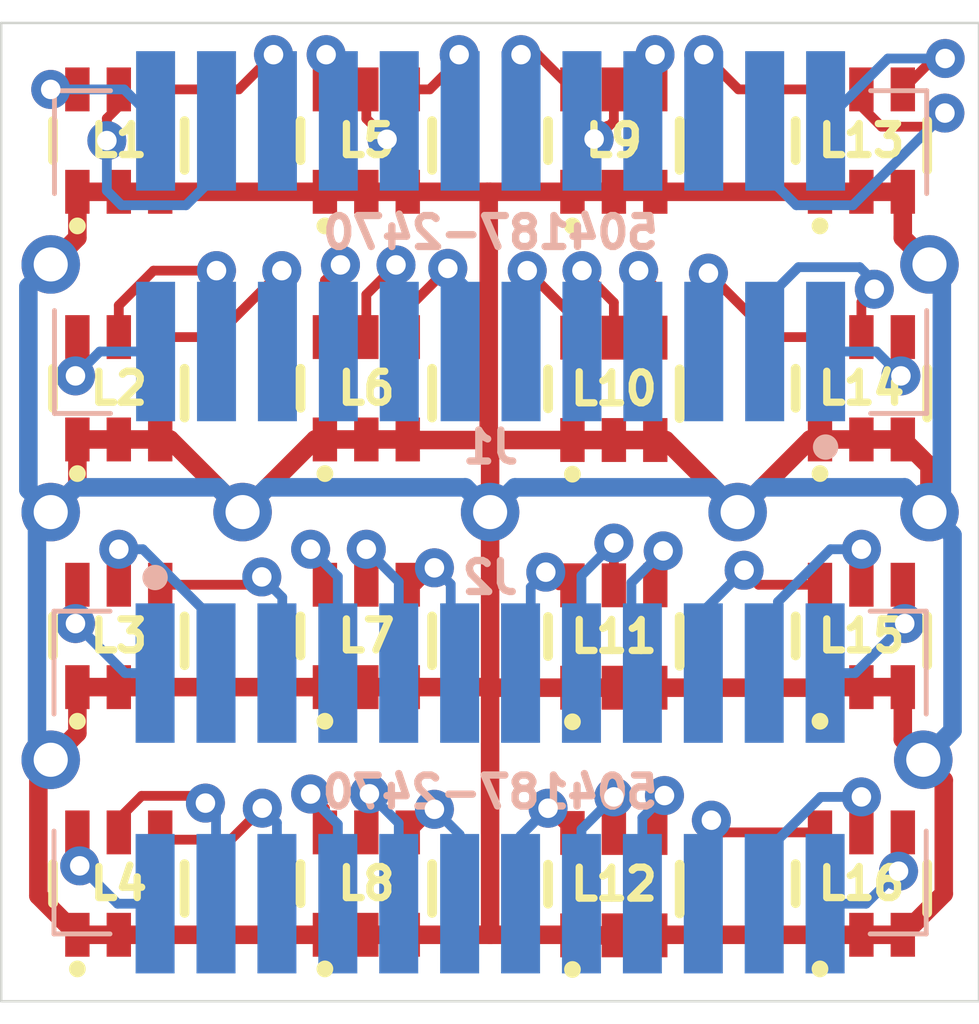
<source format=kicad_pcb>
(kicad_pcb (version 20240108) (generator "pcbnew") (generator_version "8.0")
  (layers (0 "F.Cu" signal) (31 "B.Cu" signal) (34 "B.Paste" user) (35 "F.Paste" user) (36 "B.SilkS" user "B.Silkscreen") (37 "F.SilkS" user "F.Silkscreen") (38 "B.Mask" user) (39 "F.Mask" user) (44 "Edge.Cuts" user))
  (net 0 "")
  (net 1 "/Q2")
  (net 2 "/Q12")
  (net 3 "/Q5")
  (net 4 "/Q0")
  (net 5 "/Q1")
  (net 6 "/Q3")
  (net 7 "/Q4")
  (net 8 "/Q13")
  (net 9 "/Q14")
  (net 10 "/Q9")
  (net 11 "/Q8")
  (net 12 "/Q10")
  (net 13 "/Q17")
  (net 14 "/Q16")
  (net 15 "/Q15")
  (net 16 "/Q18")
  (net 17 "/Q19")
  (net 18 "/Q20")
  (net 19 "/Q23")
  (net 20 "/Q11")
  (net 21 "/Q21")
  (net 22 "/Q22")
  (net 23 "/Q6")
  (net 24 "/GND")
  (net 25 "/Q7")
  (net 26 "/Q24")
  (net 27 "/Q25")
  (net 28 "/Q26")
  (net 29 "/Q37")
  (net 30 "/Q38")
  (net 31 "/Q36")
  (net 32 "/Q29")
  (net 33 "/Q28")
  (net 34 "/Q27")
  (net 35 "/Q40")
  (net 36 "/Q41")
  (net 37 "/Q39")
  (net 38 "/Q32")
  (net 39 "/Q31")
  (net 40 "/Q30")
  (net 41 "/Q43")
  (net 42 "/Q42")
  (net 43 "/Q44")
  (net 44 "/Q33")
  (net 45 "/Q35")
  (net 46 "/Q34")
  (net 47 "/Q45")
  (net 48 "/Q46")
  (net 49 "/Q47")
  (footprint "SamacSys_Parts:KRTBLFLM7132TXUYEVVTAUDPRXTUKY" (layer "F.Cu") (at 117.6476 67.626)
    (property "Reference" "L1")
    (property "Value" "KRTBLFLM71.32" (hide yes))
  )
  (footprint "SamacSys_Parts:KRTBLFLM7132TXUYEVVTAUDPRXTUKY" (layer "F.Cu") (at 127.8076 77.7977)
    (property "Reference" "L11")
    (property "Value" "KRTBLFLM71.32" (hide yes))
  )
  (footprint "SamacSys_Parts:Point_D1.0mm_Drill0.5mm" (layer "F.Cu") (at 134.2846 70.166)
    (property "Reference" "TP6" (hide yes))
    (property "Value" "TestPoint" (hide yes))
  )
  (footprint "SamacSys_Parts:Point_D1.0mm_Drill0.5mm" (layer "F.Cu") (at 125.2676 75.246)
    (property "Reference" "TP7" (hide yes))
    (property "Value" "TestPoint" (hide yes))
  )
  (footprint "SamacSys_Parts:Point_D1.0mm_Drill0.5mm" (layer "F.Cu") (at 134.2846 75.246)
    (property "Reference" "TP2" (hide yes))
    (property "Value" "TestPoint" (hide yes))
  )
  (footprint "SamacSys_Parts:KRTBLFLM7132TXUYEVVTAUDPRXTUKY" (layer "F.Cu") (at 122.7276 67.626)
    (property "Reference" "L5")
    (property "Value" "KRTBLFLM71.32" (hide yes))
  )
  (footprint "SamacSys_Parts:KRTBLFLM7132TXUYEVVTAUDPRXTUKY" (layer "F.Cu") (at 127.8076 82.8777)
    (property "Reference" "L12")
    (property "Value" "KRTBLFLM71.32" (hide yes))
  )
  (footprint "SamacSys_Parts:KRTBLFLM7132TXUYEVVTAUDPRXTUKY" (layer "F.Cu") (at 132.8876 67.626)
    (property "Reference" "L13")
    (property "Value" "KRTBLFLM71.32" (hide yes))
  )
  (footprint "SamacSys_Parts:KRTBLFLM7132TXUYEVVTAUDPRXTUKY" (layer "F.Cu") (at 132.8876 82.866)
    (property "Reference" "L16")
    (property "Value" "KRTBLFLM71.32" (hide yes))
  )
  (footprint "SamacSys_Parts:KRTBLFLM7132TXUYEVVTAUDPRXTUKY" (layer "F.Cu") (at 117.6476 82.866)
    (property "Reference" "L4")
    (property "Value" "KRTBLFLM71.32" (hide yes))
  )
  (footprint "SamacSys_Parts:KRTBLFLM7132TXUYEVVTAUDPRXTUKY" (layer "F.Cu") (at 132.8876 77.786)
    (property "Reference" "L15")
    (property "Value" "KRTBLFLM71.32" (hide yes))
  )
  (footprint "SamacSys_Parts:KRTBLFLM7132TXUYEVVTAUDPRXTUKY" (layer "F.Cu") (at 132.8876 72.706)
    (property "Reference" "L14")
    (property "Value" "KRTBLFLM71.32" (hide yes))
  )
  (footprint "SamacSys_Parts:Point_D1.0mm_Drill0.5mm" (layer "F.Cu") (at 120.1876 75.246)
    (property "Reference" "TP8" (hide yes))
    (property "Value" "TestPoint" (hide yes))
  )
  (footprint "SamacSys_Parts:KRTBLFLM7132TXUYEVVTAUDPRXTUKY" (layer "F.Cu") (at 122.7276 82.866)
    (property "Reference" "L8")
    (property "Value" "KRTBLFLM71.32" (hide yes))
  )
  (footprint "SamacSys_Parts:KRTBLFLM7132TXUYEVVTAUDPRXTUKY" (layer "F.Cu") (at 122.7276 72.706)
    (property "Reference" "L6")
    (property "Value" "KRTBLFLM71.32" (hide yes))
  )
  (footprint "SamacSys_Parts:Point_D1.0mm_Drill0.5mm" (layer "F.Cu") (at 116.2506 70.166)
    (property "Reference" "TP5" (hide yes))
    (property "Value" "TestPoint" (hide yes))
  )
  (footprint "SamacSys_Parts:Point_D1.0mm_Drill0.5mm" (layer "F.Cu") (at 116.2506 75.246)
    (property "Reference" "TP1" (hide yes))
    (property "Value" "TestPoint" (hide yes))
  )
  (footprint "SamacSys_Parts:KRTBLFLM7132TXUYEVVTAUDPRXTUKY" (layer "F.Cu") (at 122.7276 77.786)
    (property "Reference" "L7")
    (property "Value" "KRTBLFLM71.32" (hide yes))
  )
  (footprint "SamacSys_Parts:KRTBLFLM7132TXUYEVVTAUDPRXTUKY" (layer "F.Cu") (at 127.8076 72.7177)
    (property "Reference" "L10")
    (property "Value" "KRTBLFLM71.32" (hide yes))
  )
  (footprint "SamacSys_Parts:Point_D1.0mm_Drill0.5mm" (layer "F.Cu") (at 134.1576 80.326)
    (property "Reference" "TP4" (hide yes))
    (property "Value" "TestPoint" (hide yes))
  )
  (footprint "SamacSys_Parts:Point_D1.0mm_Drill0.5mm" (layer "F.Cu") (at 116.2506 80.326)
    (property "Reference" "TP3" (hide yes))
    (property "Value" "TestPoint" (hide yes))
  )
  (footprint "SamacSys_Parts:KRTBLFLM7132TXUYEVVTAUDPRXTUKY" (layer "F.Cu") (at 127.8076 67.626)
    (property "Reference" "L9")
    (property "Value" "KRTBLFLM71.32" (hide yes))
  )
  (footprint "SamacSys_Parts:Point_D1.0mm_Drill0.5mm" (layer "F.Cu") (at 130.3476 75.246)
    (property "Reference" "TP9" (hide yes))
    (property "Value" "TestPoint" (hide yes))
  )
  (footprint "SamacSys_Parts:KRTBLFLM7132TXUYEVVTAUDPRXTUKY" (layer "F.Cu") (at 117.6476 72.706)
    (property "Reference" "L2")
    (property "Value" "KRTBLFLM71.32" (hide yes))
  )
  (footprint "SamacSys_Parts:KRTBLFLM7132TXUYEVVTAUDPRXTUKY" (layer "F.Cu") (at 117.6476 77.786)
    (property "Reference" "L3")
    (property "Value" "KRTBLFLM71.32" (hide yes))
  )
  (footprint "SamacSys_Parts:5041872470" (layer "B.Cu") (at 125.2676 80.588 180)
    (property "Reference" "J2")
    (property "Value" "504187-2470")
  )
  (footprint "SamacSys_Parts:5041872470" (layer "B.Cu") (at 125.2776 69.912)
    (property "Reference" "J1")
    (property "Value" "504187-2470")
  )
  (gr_line (start 135.3006 85.279) (end 115.2346 85.279) (stroke (width 0.05)) (layer "Edge.Cuts"))
  (gr_line (start 115.2346 65.213) (end 135.3006 65.213) (stroke (width 0.05)) (layer "Edge.Cuts"))
  (gr_line (start 115.2346 85.279) (end 115.2346 65.213) (stroke (width 0.05)) (layer "Edge.Cuts"))
  (gr_line (start 135.3006 65.213) (end 135.3006 85.279) (stroke (width 0.05)) (layer "Edge.Cuts"))
  (segment (start 120.1096 66.576) (end 120.8226 65.863) (width 0.2) (layer "F.Cu") (net 1))
  (segment (start 118.4976 66.576) (end 120.1096 66.576) (width 0.2) (layer "F.Cu") (net 1))
  (via (at 120.8226 65.863) (size 0.8) (drill 0.4) (layers "F.Cu" "B.Cu") (net 1))
  (segment (start 120.9026 65.943) (end 120.8226 65.863) (width 0.2) (layer "B.Cu") (net 1))
  (segment (start 116.7976 72.412992) (end 116.758592 72.452) (width 0.2) (layer "F.Cu") (net 2))
  (segment (start 116.7976 71.656) (end 116.7976 72.412992) (width 0.2) (layer "F.Cu") (net 2))
  (via (at 116.758592 72.452) (size 0.8) (drill 0.4) (layers "F.Cu" "B.Cu") (net 2))
  (segment (start 118.4026 71.952) (end 117.258592 71.952) (width 0.2) (layer "B.Cu") (net 2))
  (segment (start 117.258592 71.952) (end 116.758592 72.452) (width 0.2) (layer "B.Cu") (net 2))
  (segment (start 124.0276 66.576) (end 123.5776 66.576) (width 0.2) (layer "F.Cu") (net 3))
  (segment (start 124.6326 65.863) (end 124.6326 65.971) (width 0.2) (layer "F.Cu") (net 3))
  (segment (start 124.6326 65.971) (end 124.0276 66.576) (width 0.2) (layer "F.Cu") (net 3))
  (via (at 124.6326 65.863) (size 0.8) (drill 0.4) (layers "F.Cu" "B.Cu") (net 3))
  (segment (start 124.6526 65.883) (end 124.6526 68.2998) (width 0.2) (layer "B.Cu") (net 3))
  (segment (start 124.6326 65.863) (end 124.6526 65.883) (width 0.2) (layer "B.Cu") (net 3))
  (segment (start 116.7976 66.576) (end 116.250606 66.576) (width 0.2) (layer "F.Cu") (net 4))
  (via (at 116.250606 66.576) (size 0.8) (drill 0.4) (layers "F.Cu" "B.Cu") (net 4))
  (segment (start 118.4026 67.222) (end 117.7566 66.576) (width 0.2) (layer "B.Cu") (net 4))
  (segment (start 117.7566 66.576) (end 116.250606 66.576) (width 0.2) (layer "B.Cu") (net 4))
  (segment (start 117.402598 67.171002) (end 117.6476 66.926) (width 0.2) (layer "F.Cu") (net 5))
  (segment (start 117.402598 67.626) (end 117.402598 67.171002) (width 0.2) (layer "F.Cu") (net 5))
  (via (at 117.402598 67.626) (size 0.8) (drill 0.4) (layers "F.Cu" "B.Cu") (net 5))
  (segment (start 117.402598 68.651998) (end 117.7026 68.952) (width 0.2) (layer "B.Cu") (net 5))
  (segment (start 117.402598 67.626) (end 117.402598 68.651998) (width 0.2) (layer "B.Cu") (net 5))
  (segment (start 119.0271 68.952) (end 119.6526 68.3265) (width 0.2) (layer "B.Cu") (net 5))
  (segment (start 117.7026 68.952) (end 119.0271 68.952) (width 0.2) (layer "B.Cu") (net 5))
  (segment (start 121.8776 66.576) (end 121.8776 65.888002) (width 0.2) (layer "F.Cu") (net 6))
  (segment (start 121.8776 65.888002) (end 121.902602 65.863) (width 0.2) (layer "F.Cu") (net 6))
  (via (at 121.902602 65.863) (size 0.8) (drill 0.4) (layers "F.Cu" "B.Cu") (net 6))
  (segment (start 121.902602 65.863) (end 121.902602 66.972002) (width 0.2) (layer "B.Cu") (net 6))
  (segment (start 123.152602 67.599912) (end 122.7276 67.17491) (width 0.2) (layer "F.Cu") (net 7))
  (segment (start 122.7276 67.17491) (end 122.7276 66.576) (width 0.2) (layer "F.Cu") (net 7))
  (via (at 123.152602 67.599912) (size 0.8) (drill 0.4) (layers "F.Cu" "B.Cu") (net 7))
  (segment (start 117.6476 71.656) (end 117.6476 71.006) (width 0.2) (layer "F.Cu") (net 8))
  (segment (start 118.3606 70.293) (end 119.6526 70.293) (width 0.2) (layer "F.Cu") (net 8))
  (segment (start 117.6476 71.006) (end 118.3606 70.293) (width 0.2) (layer "F.Cu") (net 8))
  (via (at 119.6526 70.293) (size 0.8) (drill 0.4) (layers "F.Cu" "B.Cu") (net 8))
  (segment (start 119.6526 71.952) (end 119.6526 70.293) (width 0.2) (layer "B.Cu") (net 8))
  (segment (start 119.629302 71.656) (end 120.9923 70.293002) (width 0.2) (layer "F.Cu") (net 9))
  (segment (start 118.4976 71.656) (end 119.629302 71.656) (width 0.2) (layer "F.Cu") (net 9))
  (via (at 120.9923 70.293002) (size 0.8) (drill 0.4) (layers "F.Cu" "B.Cu") (net 9))
  (segment (start 120.9923 72.0417) (end 120.9923 70.293002) (width 0.2) (layer "B.Cu") (net 9))
  (segment (start 130.365601 66.576) (end 132.0376 66.576) (width 0.2) (layer "F.Cu") (net 10))
  (segment (start 129.652601 65.863) (end 130.365601 66.576) (width 0.2) (layer "F.Cu") (net 10))
  (via (at 129.652601 65.863) (size 0.8) (drill 0.4) (layers "F.Cu" "B.Cu") (net 10))
  (segment (start 129.6526 67.222) (end 129.6526 65.863001) (width 0.2) (layer "B.Cu") (net 10))
  (segment (start 129.6526 65.863001) (end 129.652601 65.863) (width 0.2) (layer "B.Cu") (net 10))
  (segment (start 128.6576 66.576) (end 128.6576 65.868002) (width 0.2) (layer "F.Cu") (net 11))
  (segment (start 128.6576 65.868002) (end 128.652598 65.863) (width 0.2) (layer "F.Cu") (net 11))
  (via (at 128.652598 65.863) (size 0.8) (drill 0.4) (layers "F.Cu" "B.Cu") (net 11))
  (segment (start 128.652598 65.863) (end 128.652598 66.972002) (width 0.2) (layer "B.Cu") (net 11))
  (segment (start 134.322458 67.340342) (end 133.301942 67.340342) (width 0.2) (layer "F.Cu") (net 12))
  (segment (start 133.301942 67.340342) (end 132.8876 66.926) (width 0.2) (layer "F.Cu") (net 12))
  (segment (start 134.6016 67.0612) (end 134.322458 67.340342) (width 0.2) (layer "F.Cu") (net 12))
  (via (at 134.6016 67.0612) (size 0.8) (drill 0.4) (layers "F.Cu" "B.Cu") (net 12))
  (segment (start 131.5521 68.952) (end 132.7108 68.952) (width 0.2) (layer "B.Cu") (net 12))
  (segment (start 130.9026 68.3025) (end 131.5521 68.952) (width 0.2) (layer "B.Cu") (net 12))
  (segment (start 132.7108 68.952) (end 134.6016 67.0612) (width 0.2) (layer "B.Cu") (net 12))
  (segment (start 123.5776 71.656) (end 123.5776 71.069099) (width 0.2) (layer "F.Cu") (net 13))
  (segment (start 123.5776 71.069099) (end 124.3996 70.247099) (width 0.2) (layer "F.Cu") (net 13))
  (via (at 124.3996 70.247099) (size 0.8) (drill 0.4) (layers "F.Cu" "B.Cu") (net 13))
  (segment (start 124.7611 71.8435) (end 124.7611 70.608599) (width 0.2) (layer "B.Cu") (net 13))
  (segment (start 124.7611 70.608599) (end 124.3996 70.247099) (width 0.2) (layer "B.Cu") (net 13))
  (segment (start 122.7276 71.656) (end 122.7276 70.784913) (width 0.2) (layer "F.Cu") (net 14))
  (segment (start 122.7276 70.784913) (end 123.336513 70.176) (width 0.2) (layer "F.Cu") (net 14))
  (via (at 123.336513 70.176) (size 0.8) (drill 0.4) (layers "F.Cu" "B.Cu") (net 14))
  (segment (start 123.4026 70.242087) (end 123.336513 70.176) (width 0.2) (layer "B.Cu") (net 14))
  (segment (start 123.4026 71.952) (end 123.4026 70.242087) (width 0.2) (layer "B.Cu") (net 14))
  (segment (start 121.8776 70.4953) (end 122.1969 70.176) (width 0.2) (layer "F.Cu") (net 15))
  (segment (start 121.8776 71.656) (end 121.8776 70.4953) (width 0.2) (layer "F.Cu") (net 15))
  (via (at 122.1969 70.176) (size 0.8) (drill 0.4) (layers "F.Cu" "B.Cu") (net 15))
  (segment (start 122.1526 71.952) (end 122.1526 70.2203) (width 0.2) (layer "B.Cu") (net 15))
  (segment (start 122.1526 70.2203) (end 122.1969 70.176) (width 0.2) (layer "B.Cu") (net 15))
  (segment (start 126.9576 71.6677) (end 126.9576 71.221) (width 0.2) (layer "F.Cu") (net 16))
  (segment (start 126.9576 71.221) (end 126.0296 70.293) (width 0.2) (layer "F.Cu") (net 16))
  (via (at 126.0296 70.293) (size 0.8) (drill 0.4) (layers "F.Cu" "B.Cu") (net 16))
  (segment (start 126.0296 70.293) (end 126.0296 71.825) (width 0.2) (layer "B.Cu") (net 16))
  (segment (start 127.8076 71.6677) (end 127.8076 70.948002) (width 0.2) (layer "F.Cu") (net 17))
  (segment (start 127.8076 70.948002) (end 127.1526 70.293002) (width 0.2) (layer "F.Cu") (net 17))
  (via (at 127.1526 70.293002) (size 0.8) (drill 0.4) (layers "F.Cu" "B.Cu") (net 17))
  (segment (start 127.1526 71.952) (end 127.1526 70.293002) (width 0.2) (layer "B.Cu") (net 17))
  (segment (start 128.6576 70.635) (end 128.6576 71.6677) (width 0.2) (layer "F.Cu") (net 18))
  (segment (start 128.3156 70.293) (end 128.6576 70.635) (width 0.2) (layer "F.Cu") (net 18))
  (via (at 128.3156 70.293) (size 0.8) (drill 0.4) (layers "F.Cu" "B.Cu") (net 18))
  (segment (start 128.4026 70.38) (end 128.3156 70.293) (width 0.2) (layer "B.Cu") (net 18))
  (segment (start 128.4026 71.952) (end 128.4026 70.38) (width 0.2) (layer "B.Cu") (net 18))
  (segment (start 133.7376 72.413) (end 133.6986 72.452) (width 0.2) (layer "F.Cu") (net 19))
  (segment (start 133.7376 71.3385) (end 133.7376 72.413) (width 0.2) (layer "F.Cu") (net 19))
  (via (at 133.6986 72.452) (size 0.8) (drill 0.4) (layers "F.Cu" "B.Cu") (net 19))
  (segment (start 132.1526 71.952) (end 133.1986 71.952) (width 0.2) (layer "B.Cu") (net 19))
  (segment (start 133.1986 71.952) (end 133.6986 72.452) (width 0.2) (layer "B.Cu") (net 19))
  (segment (start 134.3715 65.9421) (end 134.6063 65.9421) (width 0.2) (layer "F.Cu") (net 20))
  (segment (start 133.7376 66.576) (end 134.3715 65.9421) (width 0.2) (layer "F.Cu") (net 20))
  (via (at 134.6063 65.9421) (size 0.8) (drill 0.4) (layers "F.Cu" "B.Cu") (net 20))
  (segment (start 133.4325 65.9421) (end 132.1526 67.222) (width 0.2) (layer "B.Cu") (net 20))
  (segment (start 134.6063 65.9421) (end 133.4325 65.9421) (width 0.2) (layer "B.Cu") (net 20))
  (segment (start 131.059513 71.656) (end 129.74814 70.344627) (width 0.2) (layer "F.Cu") (net 21))
  (segment (start 132.0376 71.656) (end 131.059513 71.656) (width 0.2) (layer "F.Cu") (net 21))
  (via (at 129.74814 70.344627) (size 0.8) (drill 0.4) (layers "F.Cu" "B.Cu") (net 21))
  (segment (start 129.74814 70.73216) (end 129.74814 70.344627) (width 0.2) (layer "B.Cu") (net 21))
  (segment (start 132.8876 70.939002) (end 132.8876 71.3442) (width 0.2) (layer "F.Cu") (net 22))
  (segment (start 133.152602 70.674) (end 132.8876 70.939002) (width 0.2) (layer "F.Cu") (net 22))
  (via (at 133.152602 70.674) (size 0.8) (drill 0.4) (layers "F.Cu" "B.Cu") (net 22))
  (segment (start 131.596583 70.222) (end 130.9026 70.915983) (width 0.2) (layer "B.Cu") (net 22))
  (segment (start 132.8526 70.222) (end 131.596583 70.222) (width 0.2) (layer "B.Cu") (net 22))
  (segment (start 133.152602 70.674) (end 133.152602 70.522002) (width 0.2) (layer "B.Cu") (net 22))
  (segment (start 133.152602 70.522002) (end 132.8526 70.222) (width 0.2) (layer "B.Cu") (net 22))
  (segment (start 126.2446 65.863) (end 126.9576 66.576) (width 0.2) (layer "F.Cu") (net 23))
  (segment (start 125.9026 65.863) (end 126.2446 65.863) (width 0.2) (layer "F.Cu") (net 23))
  (via (at 125.9026 65.863) (size 0.8) (drill 0.4) (layers "F.Cu" "B.Cu") (net 23))
  (segment (start 125.9026 65.863) (end 125.9026 67.222) (width 0.2) (layer "B.Cu") (net 23))
  (segment (start 125.2676 78.836) (end 123.5776 78.836) (width 0.38) (layer "F.Cu") (net 24))
  (segment (start 123.5776 78.836) (end 122.7276 78.836) (width 0.38) (layer "F.Cu") (net 24))
  (segment (start 122.7276 78.836) (end 121.8776 78.836) (width 0.38) (layer "F.Cu") (net 24))
  (segment (start 116.7976 69.619) (end 116.2506 70.166) (width 0.38) (layer "F.Cu") (net 24))
  (segment (start 131.8376 73.756) (end 130.3476 75.246) (width 0.38) (layer "F.Cu") (net 24))
  (segment (start 117.6476 83.916) (end 116.7976 83.916) (width 0.38) (layer "F.Cu") (net 24))
  (segment (start 127.8076 78.8477) (end 126.9576 78.8477) (width 0.38) (layer "F.Cu") (net 24))
  (segment (start 132.0376 73.756) (end 131.8376 73.756) (width 0.38) (layer "F.Cu") (net 24))
  (segment (start 134.2846 74.303) (end 133.7376 73.756) (width 0.38) (layer "F.Cu") (net 24))
  (segment (start 118.6976 73.756) (end 120.1876 75.246) (width 0.38) (layer "F.Cu") (net 24))
  (segment (start 132.8876 83.916) (end 132.0376 83.916) (width 0.38) (layer "F.Cu") (net 24))
  (segment (start 132.8876 83.916) (end 133.7376 83.916) (width 0.38) (layer "F.Cu") (net 24))
  (segment (start 133.7376 69.619) (end 134.2846 70.166) (width 0.38) (layer "F.Cu") (net 24))
  (segment (start 126.9576 73.7677) (end 125.2676 73.7677) (width 0.38) (layer "F.Cu") (net 24))
  (segment (start 122.7276 83.916) (end 123.5776 83.916) (width 0.38) (layer "F.Cu") (net 24))
  (segment (start 132.8876 78.836) (end 132.0376 78.836) (width 0.38) (layer "F.Cu") (net 24))
  (segment (start 133.7376 78.836) (end 132.8876 78.836) (width 0.38) (layer "F.Cu") (net 24))
  (segment (start 125.2396 73.7397) (end 125.2396 68.704) (width 0.38) (layer "F.Cu") (net 24))
  (segment (start 116.7976 68.676) (end 116.7976 69.619) (width 0.38) (layer "F.Cu") (net 24))
  (segment (start 121.8776 73.756) (end 122.7276 73.756) (width 0.38) (layer "F.Cu") (net 24))
  (segment (start 122.7276 68.676) (end 121.8776 68.676) (width 0.38) (layer "F.Cu") (net 24))
  (segment (start 128.6576 68.676) (end 127.8076 68.676) (width 0.38) (layer "F.Cu") (net 24))
  (segment (start 123.5776 68.676) (end 125.2116 68.676) (width 0.38) (layer "F.Cu") (net 24))
  (segment (start 128.6576 73.7677) (end 127.8076 73.7677) (width 0.38) (layer "F.Cu") (net 24))
  (segment (start 126.9576 78.8477) (end 125.2793 78.8477) (width 0.38) (layer "F.Cu") (net 24))
  (segment (start 127.8076 83.9277) (end 126.9576 83.9277) (width 0.38) (layer "F.Cu") (net 24))
  (segment (start 117.6476 78.836) (end 116.7976 78.836) (width 0.38) (layer "F.Cu") (net 24))
  (segment (start 125.2676 78.836) (end 125.2676 75.246) (width 0.38) (layer "F.Cu") (net 24))
  (segment (start 125.2676 68.676) (end 125.2396 68.704) (width 0.38) (layer "F.Cu") (net 24))
  (segment (start 125.2116 68.676) (end 125.2396 68.704) (width 0.38) (layer "F.Cu") (net 24))
  (segment (start 118.4976 73.756) (end 118.6976 73.756) (width 0.38) (layer "F.Cu") (net 24))
  (segment (start 118.4976 83.916) (end 117.6476 83.916) (width 0.38) (layer "F.Cu") (net 24))
  (segment (start 134.2846 75.246) (end 134.2846 74.303) (width 0.38) (layer "F.Cu") (net 24))
  (segment (start 116.7976 79.779) (end 116.2506 80.326) (width 0.38) (layer "F.Cu") (net 24))
  (segment (start 132.8876 73.756) (end 132.0376 73.756) (width 0.38) (layer "F.Cu") (net 24))
  (segment (start 133.7376 83.916) (end 134.577602 83.075998) (width 0.38) (layer "F.Cu") (net 24))
  (segment (start 134.577602 80.746002) (end 134.3793 80.5477) (width 0.38) (layer "F.Cu") (net 24))
  (segment (start 128.8693 73.7677) (end 128.6576 73.7677) (width 0.38) (layer "F.Cu") (net 24))
  (segment (start 130.3476 75.246) (end 128.8693 73.7677) (width 0.38) (layer "F.Cu") (net 24))
  (segment (start 123.5776 68.676) (end 122.7276 68.676) (width 0.38) (layer "F.Cu") (net 24))
  (segment (start 132.0376 83.916) (end 128.6693 83.916) (width 0.38) (layer "F.Cu") (net 24))
  (segment (start 116.7976 83.916) (end 115.9966 83.115) (width 0.38) (layer "F.Cu") (net 24))
  (segment (start 125.2676 78.8594) (end 125.2793 78.8477) (width 0.38) (layer "F.Cu") (net 24))
  (segment (start 116.7976 74.699) (end 116.2506 75.246) (width 0.38) (layer "F.Cu") (net 24))
  (segment (start 133.7376 78.836) (end 133.7376 79.906) (width 0.38) (layer "F.Cu") (net 24))
  (segment (start 133.7376 79.906) (end 134.1576 80.326) (width 0.38) (layer "F.Cu") (net 24))
  (segment (start 121.8776 78.836) (end 118.4976 78.836) (width 0.38) (layer "F.Cu") (net 24))
  (segment (start 125.2793 78.8477) (end 125.2676 78.836) (width 0.38) (layer "F.Cu") (net 24))
  (segment (start 125.2676 83.916) (end 126.9459 83.916) (width 0.38) (layer "F.Cu") (net 24))
  (segment (start 133.7376 68.676) (end 132.8876 68.676) (width 0.38) (layer "F.Cu") (net 24))
  (segment (start 127.8076 78.8477) (end 128.6576 78.8477) (width 0.38) (layer "F.Cu") (net 24))
  (segment (start 128.6576 78.8477) (end 132.0259 78.8477) (width 0.38) (layer "F.Cu") (net 24))
  (segment (start 133.7376 73.756) (end 132.8876 73.756) (width 0.38) (layer "F.Cu") (net 24))
  (segment (start 121.6776 73.756) (end 120.1876 75.246) (width 0.38) (layer "F.Cu") (net 24))
  (segment (start 116.7976 73.756) (end 116.7976 74.699) (width 0.38) (layer "F.Cu") (net 24))
  (segment (start 118.4976 68.676) (end 117.6476 68.676) (width 0.38) (layer "F.Cu") (net 24))
  (segment (start 134.577602 83.075998) (end 134.577602 80.746002) (width 0.38) (layer "F.Cu") (net 24))
  (segment (start 116.7976 78.836) (end 116.7976 79.779) (width 0.38) (layer "F.Cu") (net 24))
  (segment (start 121.8776 68.676) (end 118.4976 68.676) (width 0.38) (layer "F.Cu") (net 24))
  (segment (start 127.8076 68.676) (end 126.9576 68.676) (width 0.38) (layer "F.Cu") (net 24))
  (segment (start 125.2676 73.7677) (end 125.2396 73.7397) (width 0.38) (layer "F.Cu") (net 24))
  (segment (start 132.8876 68.676) (end 132.0376 68.676) (width 0.38) (layer "F.Cu") (net 24))
  (segment (start 115.9966 83.115) (end 115.9966 80.58) (width 0.38) (layer "F.Cu") (net 24))
  (segment (start 122.7276 73.756) (end 123.5776 73.756) (width 0.38) (layer "F.Cu") (net 24))
  (segment (start 125.2676 73.7677) (end 123.5893 73.7677) (width 0.38) (layer "F.Cu") (net 24))
  (segment (start 123.5776 83.916) (end 125.2676 83.916) (width 0.38) (layer "F.Cu") (net 24))
  (segment (start 128.6576 68.676) (end 132.0376 68.676) (width 0.38) (layer "F.Cu") (net 24))
  (segment (start 127.8076 73.7677) (end 126.9576 73.7677) (width 0.38) (layer "F.Cu") (net 24))
  (segment (start 117.6476 73.756) (end 116.7976 73.756) (width 0.38) (layer "F.Cu") (net 24))
  (segment (start 125.2676 83.916) (end 125.2676 78.8594) (width 0.38) (layer "F.Cu") (net 24))
  (segment (start 117.6476 68.676) (end 116.7976 68.676) (width 0.38) (layer "F.Cu") (net 24))
  (segment (start 122.7276 83.916) (end 121.8776 83.916) (width 0.38) (layer "F.Cu") (net 24))
  (segment (start 118.4976 78.836) (end 117.6476 78.836) (width 0.38) (layer "F.Cu") (net 24))
  (segment (start 126.9576 68.676) (end 125.2676 68.676) (width 0.38) (layer "F.Cu") (net 24))
  (segment (start 133.7376 68.676) (end 133.7376 69.619) (width 0.38) (layer "F.Cu") (net 24))
  (segment (start 118.4976 73.756) (end 117.6476 73.756) (width 0.38) (layer "F.Cu") (net 24))
  (segment (start 121.8776 73.756) (end 121.6776 73.756) (width 0.38) (layer "F.Cu") (net 24))
  (segment (start 128.6576 83.9277) (end 127.8076 83.9277) (width 0.38) (layer "F.Cu") (net 24))
  (segment (start 121.8776 83.916) (end 118.4976 83.916) (width 0.38) (layer "F.Cu") (net 24))
  (segment (start 125.2676 75.246) (end 125.2676 73.7677) (width 0.38) (layer "F.Cu") (net 24))
  (segment (start 125.2676 75.246) (end 125.7756 74.738) (width 0.38) (layer "B.Cu") (net 24))
  (segment (start 134.5386 74.992) (end 134.5386 70.42) (width 0.38) (layer "B.Cu") (net 24))
  (segment (start 119.6796 74.738) (end 116.7586 74.738) (width 0.38) (layer "B.Cu") (net 24))
  (segment (start 120.1876 75.246) (end 119.6796 74.738) (width 0.38) (layer "B.Cu") (net 24))
  (segment (start 116.2506 70.166) (end 115.7916 70.625) (width 0.38) (layer "B.Cu") (net 24))
  (segment (start 130.8556 74.738) (end 130.3476 75.246) (width 0.38) (layer "B.Cu") (net 24))
  (segment (start 115.9686 80.044) (end 115.9686 75.528) (width 0.38) (layer "B.Cu") (net 24))
  (segment (start 115.7916 74.787) (end 116.2506 75.246) (width 0.38) (layer "B.Cu") (net 24))
  (segment (start 133.7766 74.738) (end 130.8556 74.738) (width 0.38) (layer "B.Cu") (net 24))
  (segment (start 116.7586 74.738) (end 116.2506 75.246) (width 0.38) (layer "B.Cu") (net 24))
  (segment (start 125.7756 74.738) (end 129.8396 74.738) (width 0.38) (layer "B.Cu") (net 24))
  (segment (start 134.2846 75.246) (end 133.7766 74.738) (width 0.38) (layer "B.Cu") (net 24))
  (segment (start 134.2846 75.246) (end 134.7576 75.719) (width 0.38) (layer "B.Cu") (net 24))
  (segment (start 129.8396 74.738) (end 130.3476 75.246) (width 0.38) (layer "B.Cu") (net 24))
  (segment (start 115.7916 70.625) (end 115.7916 74.787) (width 0.38) (layer "B.Cu") (net 24))
  (segment (start 120.6956 74.738) (end 124.7596 74.738) (width 0.38) (layer "B.Cu") (net 24))
  (segment (start 134.7576 79.726) (end 134.1576 80.326) (width 0.38) (layer "B.Cu") (net 24))
  (segment (start 120.1876 75.246) (end 120.6956 74.738) (width 0.38) (layer "B.Cu") (net 24))
  (segment (start 124.7596 74.738) (end 125.2676 75.246) (width 0.38) (layer "B.Cu") (net 24))
  (segment (start 134.7576 75.719) (end 134.7576 79.726) (width 0.38) (layer "B.Cu") (net 24))
  (segment (start 127.67003 67.326) (end 127.7076 67.326) (width 0.2) (layer "F.Cu") (net 25))
  (segment (start 127.8076 67.226) (end 127.8076 66.576) (width 0.2) (layer "F.Cu") (net 25))
  (segment (start 127.402601 67.593429) (end 127.67003 67.326) (width 0.2) (layer "F.Cu") (net 25))
  (segment (start 127.7076 67.326) (end 127.8076 67.226) (width 0.2) (layer "F.Cu") (net 25))
  (via (at 127.402601 67.593429) (size 0.8) (drill 0.4) (layers "F.Cu" "B.Cu") (net 25))
  (segment (start 116.7976 76.736) (end 116.7976 77.493) (width 0.2) (layer "F.Cu") (net 26))
  (segment (start 116.7976 77.493) (end 116.7586 77.532) (width 0.2) (layer "F.Cu") (net 26))
  (via (at 116.7586 77.532) (size 0.8) (drill 0.4) (layers "F.Cu" "B.Cu") (net 26))
  (segment (start 117.7746 78.548) (end 116.7586 77.532) (width 0.2) (layer "B.Cu") (net 26))
  (segment (start 118.3926 78.548) (end 117.7746 78.548) (width 0.2) (layer "B.Cu") (net 26))
  (segment (start 117.6476 76.736) (end 117.6476 76.008) (width 0.2) (layer "F.Cu") (net 27))
  (via (at 117.6476 76.008) (size 0.8) (drill 0.4) (layers "F.Cu" "B.Cu") (net 27))
  (segment (start 118.1412 76.008) (end 117.6476 76.008) (width 0.2) (layer "B.Cu") (net 27))
  (segment (start 119.6426 77.5094) (end 118.1412 76.008) (width 0.2) (layer "B.Cu") (net 27))
  (segment (start 120.422047 76.736) (end 120.582504 76.575543) (width 0.2) (layer "F.Cu") (net 28))
  (segment (start 118.4976 76.736) (end 120.422047 76.736) (width 0.2) (layer "F.Cu") (net 28))
  (via (at 120.582504 76.575543) (size 0.8) (drill 0.4) (layers "F.Cu" "B.Cu") (net 28))
  (segment (start 121.0025 78.4381) (end 121.0025 76.995539) (width 0.2) (layer "B.Cu") (net 28))
  (segment (start 121.0025 76.995539) (end 120.582504 76.575543) (width 0.2) (layer "B.Cu") (net 28))
  (segment (start 119.276596 81.066) (end 119.4256 81.215004) (width 0.2) (layer "F.Cu") (net 29))
  (segment (start 117.6476 81.5347) (end 118.1163 81.066) (width 0.2) (layer "F.Cu") (net 29))
  (segment (start 118.1163 81.066) (end 119.276596 81.066) (width 0.2) (layer "F.Cu") (net 29))
  (via (at 119.4256 81.215004) (size 0.8) (drill 0.4) (layers "F.Cu" "B.Cu") (net 29))
  (segment (start 119.6426 81.432004) (end 119.4256 81.215004) (width 0.2) (layer "B.Cu") (net 29))
  (segment (start 119.6426 83.278) (end 119.6426 81.432004) (width 0.2) (layer "B.Cu") (net 29))
  (segment (start 119.945704 81.965) (end 120.592005 81.318699) (width 0.2) (layer "F.Cu") (net 30))
  (segment (start 118.6466 81.965) (end 119.945704 81.965) (width 0.2) (layer "F.Cu") (net 30))
  (via (at 120.592005 81.318699) (size 0.8) (drill 0.4) (layers "F.Cu" "B.Cu") (net 30))
  (segment (start 120.8926 83.278) (end 120.8926 81.619294) (width 0.2) (layer "B.Cu") (net 30))
  (segment (start 120.8926 81.619294) (end 120.592005 81.318699) (width 0.2) (layer "B.Cu") (net 30))
  (segment (start 116.845944 82.501962) (end 116.7976 82.453618) (width 0.2) (layer "F.Cu") (net 31))
  (segment (start 116.7976 82.453618) (end 116.7976 81.816) (width 0.2) (layer "F.Cu") (net 31))
  (via (at 116.845944 82.501962) (size 0.8) (drill 0.4) (layers "F.Cu" "B.Cu") (net 31))
  (segment (start 117.621982 83.278) (end 118.3926 83.278) (width 0.2) (layer "B.Cu") (net 31))
  (segment (start 116.845944 82.501962) (end 117.621982 83.278) (width 0.2) (layer "B.Cu") (net 31))
  (segment (start 123.5776 76.736) (end 123.7776 76.736) (width 0.2) (layer "F.Cu") (net 32))
  (segment (start 123.7776 76.736) (end 124.1246 76.389) (width 0.2) (layer "F.Cu") (net 32))
  (via (at 124.1246 76.389) (size 0.8) (drill 0.4) (layers "F.Cu" "B.Cu") (net 32))
  (segment (start 124.4594 76.7238) (end 124.1246 76.389) (width 0.2) (layer "B.Cu") (net 32))
  (segment (start 124.4594 78.3648) (end 124.4594 76.7238) (width 0.2) (layer "B.Cu") (net 32))
  (segment (start 122.7276 76.736) (end 122.7276 76.00799) (width 0.2) (layer "F.Cu") (net 33))
  (via (at 122.7276 76.00799) (size 0.8) (drill 0.4) (layers "F.Cu" "B.Cu") (net 33))
  (segment (start 123.3926 76.67299) (end 122.7276 76.00799) (width 0.2) (layer "B.Cu") (net 33))
  (segment (start 123.3926 78.548) (end 123.3926 76.67299) (width 0.2) (layer "B.Cu") (net 33))
  (segment (start 121.8776 76.301) (end 121.5846 76.008) (width 0.2) (layer "F.Cu") (net 34))
  (segment (start 121.8776 76.736) (end 121.8776 76.301) (width 0.2) (layer "F.Cu") (net 34))
  (via (at 121.5846 76.008) (size 0.8) (drill 0.4) (layers "F.Cu" "B.Cu") (net 34))
  (segment (start 122.1426 79.5586) (end 122.1426 76.566) (width 0.2) (layer "B.Cu") (net 34))
  (segment (start 122.1426 76.566) (end 121.5846 76.008) (width 0.2) (layer "B.Cu") (net 34))
  (segment (start 122.7276 81.816) (end 122.7276 81.088) (width 0.2) (layer "F.Cu") (net 35))
  (segment (start 122.7276 81.088) (end 122.791095 81.024505) (width 0.2) (layer "F.Cu") (net 35))
  (via (at 122.791095 81.024505) (size 0.8) (drill 0.4) (layers "F.Cu" "B.Cu") (net 35))
  (segment (start 123.3926 83.278) (end 123.3926 81.62601) (width 0.2) (layer "B.Cu") (net 35))
  (segment (start 123.3926 81.62601) (end 122.791095 81.024505) (width 0.2) (layer "B.Cu") (net 35))
  (segment (start 123.6506 81.816) (end 124.1246 81.342) (width 0.2) (layer "F.Cu") (net 36))
  (via (at 124.1246 81.342) (size 0.8) (drill 0.4) (layers "F.Cu" "B.Cu") (net 36))
  (segment (start 124.6426 81.86) (end 124.1246 81.342) (width 0.2) (layer "B.Cu") (net 36))
  (segment (start 124.6426 83.278) (end 124.6426 81.86) (width 0.2) (layer "B.Cu") (net 36))
  (segment (start 121.8776 81.816) (end 121.8776 81.321012) (width 0.2) (layer "F.Cu") (net 37))
  (segment (start 121.8776 81.321012) (end 121.5846 81.028012) (width 0.2) (layer "F.Cu") (net 37))
  (via (at 121.5846 81.028012) (size 0.8) (drill 0.4) (layers "F.Cu" "B.Cu") (net 37))
  (segment (start 122.1426 81.648) (end 121.5846 81.09) (width 0.2) (layer "B.Cu") (net 37))
  (segment (start 122.1426 83.278) (end 122.1426 81.648) (width 0.2) (layer "B.Cu") (net 37))
  (segment (start 121.5846 81.09) (end 121.5846 81.028012) (width 0.2) (layer "B.Cu") (net 37))
  (segment (start 128.6576 76.7477) (end 128.6576 76.204017) (width 0.2) (layer "F.Cu") (net 38))
  (segment (start 128.6576 76.204017) (end 128.819592 76.042025) (width 0.2) (layer "F.Cu") (net 38))
  (via (at 128.819592 76.042025) (size 0.8) (drill 0.4) (layers "F.Cu" "B.Cu") (net 38))
  (segment (start 128.1683 76.693317) (end 128.819592 76.042025) (width 0.2) (layer "B.Cu") (net 38))
  (segment (start 128.1683 78.3237) (end 128.1683 76.693317) (width 0.2) (layer "B.Cu") (net 38))
  (segment (start 127.8076 77.029) (end 127.8076 75.881004) (width 0.2) (layer "F.Cu") (net 39))
  (via (at 127.8076 75.881004) (size 0.8) (drill 0.4) (layers "F.Cu" "B.Cu") (net 39))
  (segment (start 127.1426 78.548) (end 127.1426 76.546004) (width 0.2) (layer "B.Cu") (net 39))
  (segment (start 127.1426 76.546004) (end 127.8076 75.881004) (width 0.2) (layer "B.Cu") (net 39))
  (segment (start 126.681 76.7477) (end 126.4106 76.4773) (width 0.2) (layer "F.Cu") (net 40))
  (segment (start 126.9576 76.7477) (end 126.681 76.7477) (width 0.2) (layer "F.Cu") (net 40))
  (via (at 126.4106 76.4773) (size 0.8) (drill 0.4) (layers "F.Cu" "B.Cu") (net 40))
  (segment (start 126.1013 76.7866) (end 126.4106 76.4773) (width 0.2) (layer "B.Cu") (net 40))
  (segment (start 126.1013 78.3393) (end 126.1013 76.7866) (width 0.2) (layer "B.Cu") (net 40))
  (segment (start 127.8076 81.8277) (end 127.8076 81.088006) (width 0.2) (layer "F.Cu") (net 41))
  (via (at 127.8076 81.088006) (size 0.8) (drill 0.4) (layers "F.Cu" "B.Cu") (net 41))
  (segment (start 127.1426 81.753006) (end 127.8076 81.088006) (width 0.2) (layer "B.Cu") (net 41))
  (segment (start 127.1426 83.278) (end 127.1426 81.753006) (width 0.2) (layer "B.Cu") (net 41))
  (segment (start 126.457143 81.320253) (end 126.457143 81.327243) (width 0.2) (layer "F.Cu") (net 42))
  (segment (start 126.457143 81.327243) (end 126.9576 81.8277) (width 0.2) (layer "F.Cu") (net 42))
  (via (at 126.457143 81.320253) (size 0.8) (drill 0.4) (layers "F.Cu" "B.Cu") (net 42))
  (segment (start 125.8926 81.884796) (end 125.8926 83.278) (width 0.2) (layer "B.Cu") (net 42))
  (segment (start 126.457143 81.320253) (end 125.8926 81.884796) (width 0.2) (layer "B.Cu") (net 42))
  (segment (start 128.6576 81.248315) (end 128.846075 81.05984) (width 0.2) (layer "F.Cu") (net 43))
  (segment (start 128.6576 81.8277) (end 128.6576 81.248315) (width 0.2) (layer "F.Cu") (net 43))
  (via (at 128.846075 81.05984) (size 0.8) (drill 0.4) (layers "F.Cu" "B.Cu") (net 43))
  (segment (start 128.3926 81.513315) (end 128.846075 81.05984) (width 0.2) (layer "B.Cu") (net 43))
  (segment (start 128.3926 83.278) (end 128.3926 81.513315) (width 0.2) (layer "B.Cu") (net 43))
  (segment (start 130.480118 76.438663) (end 130.777455 76.736) (width 0.2) (layer "F.Cu") (net 44))
  (segment (start 130.777455 76.736) (end 132.0376 76.736) (width 0.2) (layer "F.Cu") (net 44))
  (via (at 130.480118 76.438663) (size 0.8) (drill 0.4) (layers "F.Cu" "B.Cu") (net 44))
  (segment (start 130.480118 76.438663) (end 129.6426 77.276181) (width 0.2) (layer "B.Cu") (net 44))
  (segment (start 133.7376 77.492996) (end 133.7766 77.531996) (width 0.2) (layer "F.Cu") (net 45))
  (segment (start 133.7376 76.736) (end 133.7376 77.492996) (width 0.2) (layer "F.Cu") (net 45))
  (via (at 133.7766 77.531996) (size 0.8) (drill 0.4) (layers "F.Cu" "B.Cu") (net 45))
  (segment (start 132.1426 78.548) (end 132.760596 78.548) (width 0.2) (layer "B.Cu") (net 45))
  (segment (start 132.760596 78.548) (end 133.7766 77.531996) (width 0.2) (layer "B.Cu") (net 45))
  (segment (start 132.8876 76.3888) (end 132.8876 76.008) (width 0.2) (layer "F.Cu") (net 46))
  (via (at 132.8876 76.008) (size 0.8) (drill 0.4) (layers "F.Cu" "B.Cu") (net 46))
  (segment (start 131.1755 78.2651) (end 131.1755 77.0851) (width 0.2) (layer "B.Cu") (net 46))
  (segment (start 132.2526 76.008) (end 132.8876 76.008) (width 0.2) (layer "B.Cu") (net 46))
  (segment (start 131.1755 77.0851) (end 132.2526 76.008) (width 0.2) (layer "B.Cu") (net 46))
  (segment (start 130.0596 81.816) (end 129.809147 81.565547) (width 0.2) (layer "F.Cu") (net 47))
  (segment (start 132.0376 81.816) (end 130.0596 81.816) (width 0.2) (layer "F.Cu") (net 47))
  (via (at 129.809147 81.565547) (size 0.8) (drill 0.4) (layers "F.Cu" "B.Cu") (net 47))
  (segment (start 129.6426 81.732094) (end 129.809147 81.565547) (width 0.2) (layer "B.Cu") (net 47))
  (segment (start 129.6426 83.278) (end 129.6426 81.732094) (width 0.2) (layer "B.Cu") (net 47))
  (segment (start 132.8876 81.521) (end 132.8876 81.088) (width 0.2) (layer "F.Cu") (net 48))
  (via (at 132.8876 81.088) (size 0.8) (drill 0.4) (layers "F.Cu" "B.Cu") (net 48))
  (segment (start 130.8926 82.248) (end 132.0526 81.088) (width 0.2) (layer "B.Cu") (net 48))
  (segment (start 132.0526 81.088) (end 132.8876 81.088) (width 0.2) (layer "B.Cu") (net 48))
  (segment (start 133.7376 81.816) (end 133.7376 82.524) (width 0.2) (layer "F.Cu") (net 49))
  (segment (start 133.7376 82.524) (end 133.6496 82.612) (width 0.2) (layer "F.Cu") (net 49))
  (via (at 133.6496 82.612) (size 0.8) (drill 0.4) (layers "F.Cu" "B.Cu") (net 49))
  (segment (start 132.9836 83.278) (end 133.6496 82.612) (width 0.2) (layer "B.Cu") (net 49))
  (segment (start 132.1426 83.278) (end 132.9836 83.278) (width 0.2) (layer "B.Cu") (net 49))
)
</source>
